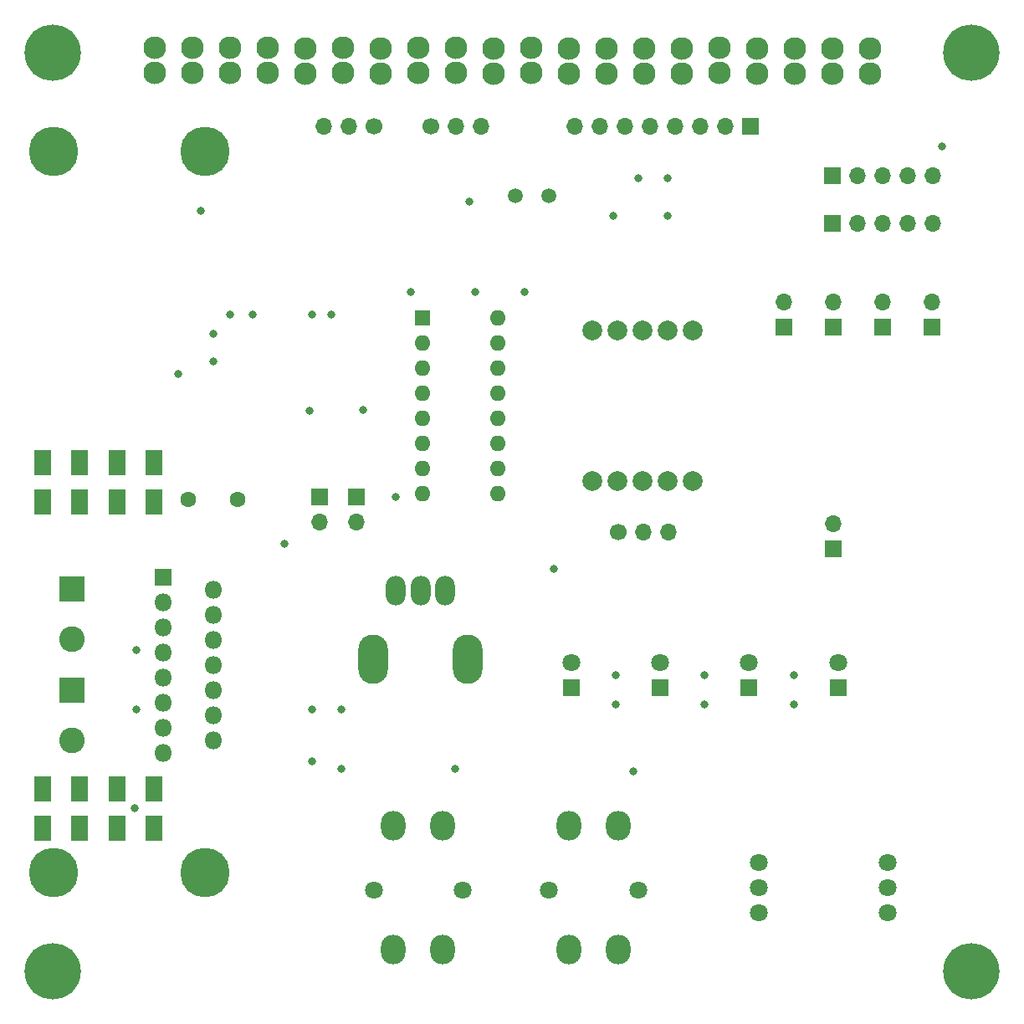
<source format=gbr>
%TF.GenerationSoftware,KiCad,Pcbnew,(6.0.7)*%
%TF.CreationDate,2022-09-13T16:55:12+02:00*%
%TF.ProjectId,myDAQExpansionBoard,6d794441-5145-4787-9061-6e73696f6e42,rev?*%
%TF.SameCoordinates,Original*%
%TF.FileFunction,Soldermask,Bot*%
%TF.FilePolarity,Negative*%
%FSLAX46Y46*%
G04 Gerber Fmt 4.6, Leading zero omitted, Abs format (unit mm)*
G04 Created by KiCad (PCBNEW (6.0.7)) date 2022-09-13 16:55:12*
%MOMM*%
%LPD*%
G01*
G04 APERTURE LIST*
%ADD10C,2.300000*%
%ADD11R,1.800000X1.800000*%
%ADD12C,1.800000*%
%ADD13C,1.600000*%
%ADD14C,5.700000*%
%ADD15R,1.700000X1.700000*%
%ADD16O,1.700000X1.700000*%
%ADD17C,2.000000*%
%ADD18C,1.700000*%
%ADD19O,3.000000X5.000000*%
%ADD20O,2.000000X3.000000*%
%ADD21O,1.800000X1.800000*%
%ADD22R,1.600000X1.600000*%
%ADD23O,1.600000X1.600000*%
%ADD24R,2.600000X2.600000*%
%ADD25C,2.600000*%
%ADD26C,5.000000*%
%ADD27C,1.500000*%
%ADD28O,2.500000X3.000000*%
%ADD29R,1.800000X2.500000*%
%ADD30C,0.800000*%
G04 APERTURE END LIST*
D10*
%TO.C,J4*%
X83055000Y-36800000D03*
X83055000Y-39340000D03*
X86865000Y-36760000D03*
X86865000Y-39300000D03*
X90675000Y-36800000D03*
X90675000Y-39340000D03*
X94485000Y-36760000D03*
X94485000Y-39300000D03*
X98295000Y-39380000D03*
X98295000Y-36840000D03*
X102105000Y-36800000D03*
X102105000Y-39340000D03*
X105915000Y-36840000D03*
X105915000Y-39380000D03*
X109725000Y-39340000D03*
X109725000Y-36800000D03*
X113535000Y-36800000D03*
X113535000Y-39340000D03*
X117345000Y-36840000D03*
X117345000Y-39380000D03*
X121155000Y-36800000D03*
X121155000Y-39340000D03*
X124965000Y-39420000D03*
X124965000Y-36880000D03*
X128775000Y-39380000D03*
X128775000Y-36840000D03*
X132585000Y-36880000D03*
X132585000Y-39420000D03*
X136395000Y-36840000D03*
X136395000Y-39380000D03*
X140205000Y-36800000D03*
X140205000Y-39340000D03*
X144015000Y-36880000D03*
X144015000Y-39420000D03*
X147825000Y-36840000D03*
X147825000Y-39380000D03*
X151635000Y-39420000D03*
X151635000Y-36880000D03*
X155445000Y-39380000D03*
X155445000Y-36840000D03*
%TD*%
D11*
%TO.C,D2*%
X134237500Y-101512500D03*
D12*
X134237500Y-98972500D03*
%TD*%
D13*
%TO.C,C5*%
X91500000Y-82500000D03*
X86500000Y-82500000D03*
%TD*%
D14*
%TO.C,H1*%
X72750000Y-37250000D03*
%TD*%
D15*
%TO.C,JP10*%
X103500000Y-82225000D03*
D16*
X103500000Y-84765000D03*
%TD*%
D17*
%TO.C,U2*%
X127380000Y-80620000D03*
X129920000Y-80620000D03*
X132460000Y-80620000D03*
X135000000Y-80620000D03*
X137540000Y-80620000D03*
X137540000Y-65380000D03*
X135000000Y-65380000D03*
X132460000Y-65380000D03*
X129920000Y-65380000D03*
X127380000Y-65380000D03*
%TD*%
D14*
%TO.C,H4*%
X72750000Y-130250000D03*
%TD*%
D18*
%TO.C,JP8*%
X111000000Y-44750000D03*
D16*
X113540000Y-44750000D03*
X116080000Y-44750000D03*
%TD*%
D19*
%TO.C,RV1*%
X105200000Y-98689500D03*
X114800000Y-98689500D03*
D20*
X112500000Y-91689500D03*
X110000000Y-91689500D03*
X107500000Y-91689500D03*
%TD*%
D15*
%TO.C,JP5*%
X151750000Y-87512500D03*
D16*
X151750000Y-84972500D03*
%TD*%
D15*
%TO.C,JP4*%
X161750000Y-65000000D03*
D16*
X161750000Y-62460000D03*
%TD*%
D15*
%TO.C,JP9*%
X99750000Y-82225000D03*
D16*
X99750000Y-84765000D03*
%TD*%
D15*
%TO.C,J3*%
X143375000Y-44750000D03*
D16*
X140835000Y-44750000D03*
X138295000Y-44750000D03*
X135755000Y-44750000D03*
X133215000Y-44750000D03*
X130675000Y-44750000D03*
X128135000Y-44750000D03*
X125595000Y-44750000D03*
%TD*%
D15*
%TO.C,J2*%
X151675000Y-54500000D03*
D16*
X154215000Y-54500000D03*
X156755000Y-54500000D03*
X159295000Y-54500000D03*
X161835000Y-54500000D03*
%TD*%
D11*
%TO.C,U4*%
X83940000Y-90355000D03*
D21*
X89020000Y-91625000D03*
X83940000Y-92895000D03*
X89020000Y-94165000D03*
X83940000Y-95435000D03*
X89020000Y-96705000D03*
X83940000Y-97975000D03*
X89020000Y-99245000D03*
X83940000Y-100515000D03*
X89020000Y-101785000D03*
X83940000Y-103055000D03*
X89020000Y-104325000D03*
X83940000Y-105595000D03*
X89020000Y-106865000D03*
X83940000Y-108135000D03*
%TD*%
D18*
%TO.C,JP7*%
X105275000Y-44750000D03*
D16*
X102735000Y-44750000D03*
X100195000Y-44750000D03*
%TD*%
D11*
%TO.C,D3*%
X143237500Y-101512500D03*
D12*
X143237500Y-98972500D03*
%TD*%
D22*
%TO.C,U1*%
X110160000Y-64125000D03*
D23*
X110160000Y-66665000D03*
X110160000Y-69205000D03*
X110160000Y-71745000D03*
X110160000Y-74285000D03*
X110160000Y-76825000D03*
X110160000Y-79365000D03*
X110160000Y-81905000D03*
X117780000Y-81905000D03*
X117780000Y-79365000D03*
X117780000Y-76825000D03*
X117780000Y-74285000D03*
X117780000Y-71745000D03*
X117780000Y-69205000D03*
X117780000Y-66665000D03*
X117780000Y-64125000D03*
%TD*%
D24*
%TO.C,J6*%
X74700000Y-101800000D03*
D25*
X74700000Y-106880000D03*
%TD*%
D15*
%TO.C,JP1*%
X156750000Y-65025000D03*
D16*
X156750000Y-62485000D03*
%TD*%
D26*
%TO.C,J8*%
X72850000Y-120250000D03*
X88150000Y-120250000D03*
%TD*%
D27*
%TO.C,R17*%
X119550000Y-51750000D03*
X122950000Y-51750000D03*
%TD*%
D12*
%TO.C,SW4*%
X123000000Y-122000000D03*
X132000000Y-122000000D03*
D28*
X130000000Y-115500000D03*
X130000000Y-128000000D03*
X125000000Y-128000000D03*
X125000000Y-115500000D03*
%TD*%
D11*
%TO.C,D1*%
X125237500Y-101512500D03*
D12*
X125237500Y-98972500D03*
%TD*%
D18*
%TO.C,JP6*%
X129960000Y-85750000D03*
D16*
X132500000Y-85750000D03*
X135040000Y-85750000D03*
%TD*%
D14*
%TO.C,H3*%
X165750000Y-130250000D03*
%TD*%
D12*
%TO.C,SW1*%
X144250000Y-124290000D03*
X144250000Y-121750000D03*
X144250000Y-119210000D03*
%TD*%
D26*
%TO.C,J7*%
X88150000Y-47250000D03*
X72850000Y-47250000D03*
%TD*%
D12*
%TO.C,SW2*%
X157250000Y-124290000D03*
X157250000Y-121750000D03*
X157250000Y-119210000D03*
%TD*%
D15*
%TO.C,JP2*%
X146750000Y-65025000D03*
D16*
X146750000Y-62485000D03*
%TD*%
D15*
%TO.C,JP3*%
X151750000Y-65025000D03*
D16*
X151750000Y-62485000D03*
%TD*%
D12*
%TO.C,SW3*%
X105250000Y-122000000D03*
X114250000Y-122000000D03*
D28*
X112250000Y-128000000D03*
X112250000Y-115500000D03*
X107250000Y-128000000D03*
X107250000Y-115500000D03*
%TD*%
D11*
%TO.C,D4*%
X152237500Y-101512500D03*
D12*
X152237500Y-98972500D03*
%TD*%
D24*
%TO.C,J5*%
X74695000Y-91555000D03*
D25*
X74695000Y-96635000D03*
%TD*%
D15*
%TO.C,J1*%
X151675000Y-49750000D03*
D16*
X154215000Y-49750000D03*
X156755000Y-49750000D03*
X159295000Y-49750000D03*
X161835000Y-49750000D03*
%TD*%
D14*
%TO.C,H2*%
X165750000Y-37250000D03*
%TD*%
D29*
%TO.C,D6*%
X79250000Y-78750000D03*
X79250000Y-82750000D03*
%TD*%
%TO.C,D5*%
X83000000Y-78750000D03*
X83000000Y-82750000D03*
%TD*%
%TO.C,D10*%
X79250000Y-111750000D03*
X79250000Y-115750000D03*
%TD*%
%TO.C,D11*%
X83000000Y-111750000D03*
X83000000Y-115750000D03*
%TD*%
%TO.C,D9*%
X75450000Y-111750000D03*
X75450000Y-115750000D03*
%TD*%
%TO.C,D7*%
X75500000Y-78750000D03*
X75500000Y-82750000D03*
%TD*%
%TO.C,D12*%
X71750000Y-111750000D03*
X71750000Y-115750000D03*
%TD*%
%TO.C,D8*%
X71750000Y-78750000D03*
X71750000Y-82750000D03*
%TD*%
D30*
X90750000Y-63750000D03*
X81100000Y-113700000D03*
X102000000Y-109750000D03*
X115500000Y-61500000D03*
X102000000Y-103750000D03*
X93000000Y-63750000D03*
X101000000Y-63750000D03*
X123500000Y-89500000D03*
X109000000Y-61500000D03*
X99000000Y-63750000D03*
X81250000Y-103750000D03*
X107500000Y-82250000D03*
X87750000Y-53250000D03*
X113500000Y-109750000D03*
X131500000Y-110000000D03*
X85500000Y-69750000D03*
X89000000Y-68500000D03*
X89000000Y-65750000D03*
X96250000Y-87000000D03*
X114900000Y-52300000D03*
X162750000Y-46750000D03*
X120500000Y-61500000D03*
X81250000Y-97750000D03*
X104210000Y-73415000D03*
X98750000Y-73500000D03*
X135000000Y-53750000D03*
X129500000Y-53750000D03*
X129750000Y-103250000D03*
X129750000Y-100237500D03*
X138750000Y-100250000D03*
X135000000Y-50000000D03*
X132000000Y-50000000D03*
X138750000Y-103250000D03*
X147750000Y-100250000D03*
X147750000Y-103250000D03*
X99000000Y-109000000D03*
X99000000Y-103750000D03*
M02*

</source>
